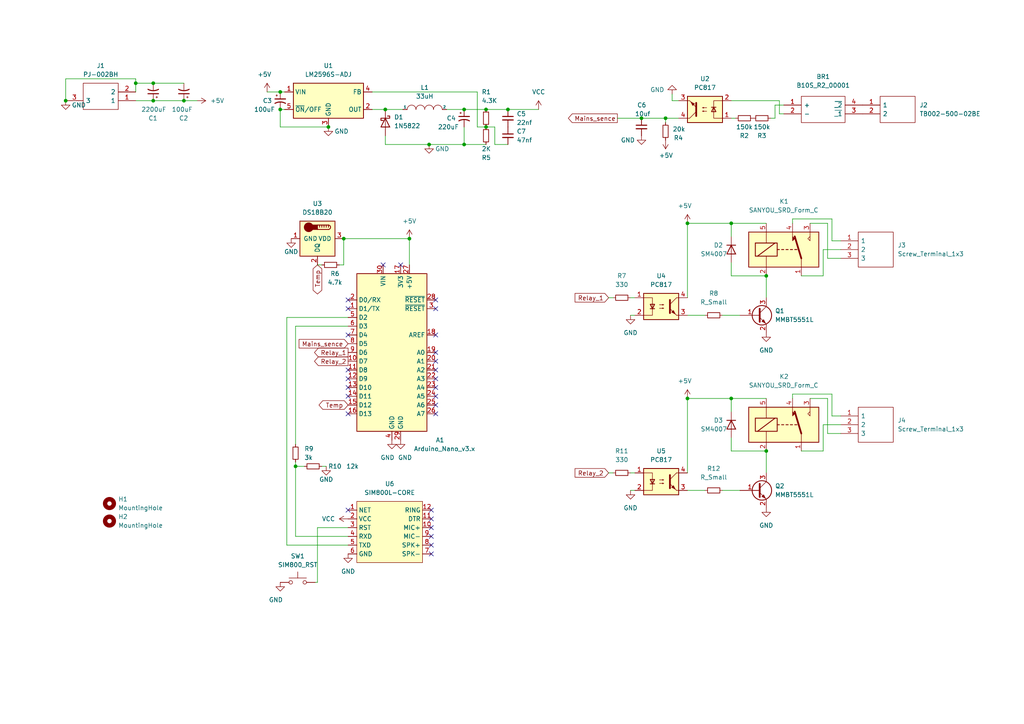
<source format=kicad_sch>
(kicad_sch (version 20211123) (generator eeschema)
  (paper "A4")
  (lib_symbols
    (symbol "B10S_R2_00001:B10S_R2_00001" (pin_names (offset 0.762))
      (property "Reference" "BR" (at 19.05 7.62 0))
      (property "Value" "B10S_R2_00001" (at 19.05 5.08 0))
      (symbol "B10S_R2_00001_0_0"
        (pin passive line (at 0 0 0) (length 5.08) (name "+") (number "1"))
        (pin passive line (at 0 -2.54 0) (length 5.08) (name "-") (number "2"))
        (pin passive line (at 22.86 -2.54 180) (length 5.08) (name "~{_1}") (number "3"))
        (pin passive line (at 22.86 0 180) (length 5.08) (name "~{_2}") (number "4"))
      )
      (symbol "B10S_R2_00001_0_1"
        (polyline (pts (xy 5.08 2.54) (xy 17.78 2.54) (xy 17.78 -5.08) (xy 5.08 -5.08) (xy 5.08 2.54)) (stroke (width 0.1524)))
      )
    )
    (symbol "Device:C_Polarized_Small_US" (pin_numbers hide) (pin_names (offset 0.254) hide)
      (property "Reference" "C" (at 0.254 1.778 0))
      (property "Value" "C_Polarized_Small_US" (at 0.254 -2.032 0))
      (symbol "C_Polarized_Small_US_0_1"
        (polyline (pts (xy -1.524 0.508) (xy 1.524 0.508)) (stroke (width 0.3048)))
        (polyline (pts (xy -1.27 1.524) (xy -0.762 1.524)))
        (polyline (pts (xy -1.016 1.27) (xy -1.016 1.778)))
        (arc (start 1.524 -0.762) (mid 0 -0.3734) (end -1.524 -0.762) (stroke (width 0.3048)))
      )
      (symbol "C_Polarized_Small_US_1_1"
        (pin passive line (at 0 2.54 270) (length 2.032) (name "~") (number "1"))
        (pin passive line (at 0 -2.54 90) (length 2.032) (name "~") (number "2"))
      )
    )
    (symbol "Device:C_Small" (pin_numbers hide) (pin_names (offset 0.254) hide)
      (property "Reference" "C" (at 0.254 1.778 0))
      (property "Value" "C_Small" (at 0.254 -2.032 0))
      (symbol "C_Small_0_1"
        (polyline (pts (xy -1.524 -0.508) (xy 1.524 -0.508)) (stroke (width 0.3302)))
        (polyline (pts (xy -1.524 0.508) (xy 1.524 0.508)) (stroke (width 0.3048)))
      )
      (symbol "C_Small_1_1"
        (pin passive line (at 0 2.54 270) (length 2.032) (name "~") (number "1"))
        (pin passive line (at 0 -2.54 90) (length 2.032) (name "~") (number "2"))
      )
    )
    (symbol "Device:R_Small" (pin_numbers hide) (pin_names (offset 0.254) hide)
      (property "Reference" "R" (at 0.762 0.508 0))
      (property "Value" "R_Small" (at 0.762 -1.016 0))
      (symbol "R_Small_0_1"
        (rectangle (start -0.762 1.778) (end 0.762 -1.778) (stroke (width 0.2032)))
      )
      (symbol "R_Small_1_1"
        (pin passive line (at 0 2.54 270) (length 0.762) (name "~") (number "1"))
        (pin passive line (at 0 -2.54 90) (length 0.762) (name "~") (number "2"))
      )
    )
    (symbol "Diode:1N5822" (pin_numbers hide) (pin_names (offset 1.016) hide)
      (property "Reference" "D" (at 0 2.54 0))
      (property "Value" "1N5822" (at 0 -2.54 0))
      (symbol "1N5822_0_1"
        (polyline (pts (xy 1.27 0) (xy -1.27 0)))
        (polyline (pts (xy 1.27 1.27) (xy 1.27 -1.27) (xy -1.27 0) (xy 1.27 1.27)) (stroke (width 0.254)))
        (polyline (pts (xy -1.905 0.635) (xy -1.905 1.27) (xy -1.27 1.27) (xy -1.27 -1.27) (xy -0.635 -1.27) (xy -0.635 -0.635)) (stroke (width 0.254)))
      )
      (symbol "1N5822_1_1"
        (pin passive line (at -3.81 0 0) (length 2.54) (name "K") (number "1"))
        (pin passive line (at 3.81 0 180) (length 2.54) (name "A") (number "2"))
      )
    )
    (symbol "Diode:SM4007" (pin_numbers hide) (pin_names (offset 1.016) hide)
      (property "Reference" "D" (at 0 2.54 0))
      (property "Value" "SM4007" (at 0 -2.54 0))
      (symbol "SM4007_0_1"
        (polyline (pts (xy -1.27 1.27) (xy -1.27 -1.27)) (stroke (width 0.254)))
        (polyline (pts (xy 1.27 0) (xy -1.27 0)))
        (polyline (pts (xy 1.27 1.27) (xy 1.27 -1.27) (xy -1.27 0) (xy 1.27 1.27)) (stroke (width 0.254)))
      )
      (symbol "SM4007_1_1"
        (pin passive line (at -3.81 0 0) (length 2.54) (name "K") (number "1"))
        (pin passive line (at 3.81 0 180) (length 2.54) (name "A") (number "2"))
      )
    )
    (symbol "Isolator:PC817" (pin_names (offset 1.016))
      (property "Reference" "U" (at -5.08 5.08 0))
      (property "Value" "PC817" (at 0 5.08 0))
      (symbol "PC817_0_1"
        (rectangle (start -5.08 3.81) (end 5.08 -3.81) (stroke (width 0.254)) (fill (type background)))
        (polyline (pts (xy -3.175 -0.635) (xy -1.905 -0.635)) (stroke (width 0.254)))
        (polyline (pts (xy 2.54 0.635) (xy 4.445 2.54)))
        (polyline (pts (xy 4.445 -2.54) (xy 2.54 -0.635)) (fill (type outline)))
        (polyline (pts (xy 4.445 -2.54) (xy 5.08 -2.54)))
        (polyline (pts (xy 4.445 2.54) (xy 5.08 2.54)))
        (polyline (pts (xy -5.08 2.54) (xy -2.54 2.54) (xy -2.54 -0.635)))
        (polyline (pts (xy -2.54 -0.635) (xy -2.54 -2.54) (xy -5.08 -2.54)))
        (polyline (pts (xy 2.54 1.905) (xy 2.54 -1.905) (xy 2.54 -1.905)) (stroke (width 0.508)))
        (polyline (pts (xy -2.54 -0.635) (xy -3.175 0.635) (xy -1.905 0.635) (xy -2.54 -0.635)) (stroke (width 0.254)))
        (polyline (pts (xy -0.508 -0.508) (xy 0.762 -0.508) (xy 0.381 -0.635) (xy 0.381 -0.381) (xy 0.762 -0.508)))
        (polyline (pts (xy -0.508 0.508) (xy 0.762 0.508) (xy 0.381 0.381) (xy 0.381 0.635) (xy 0.762 0.508)))
        (polyline (pts (xy 3.048 -1.651) (xy 3.556 -1.143) (xy 4.064 -2.159) (xy 3.048 -1.651) (xy 3.048 -1.651)) (fill (type outline)))
      )
      (symbol "PC817_1_1"
        (pin passive line (at -7.62 2.54 0) (length 2.54) (name "~") (number "1"))
        (pin passive line (at -7.62 -2.54 0) (length 2.54) (name "~") (number "2"))
        (pin passive line (at 7.62 -2.54 180) (length 2.54) (name "~") (number "3"))
        (pin passive line (at 7.62 2.54 180) (length 2.54) (name "~") (number "4"))
      )
    )
    (symbol "MCU_Module:Arduino_Nano_v3.x"
      (property "Reference" "A" (at -10.16 23.495 0))
      (property "Value" "Arduino_Nano_v3.x" (at 5.08 -24.13 0))
      (symbol "Arduino_Nano_v3.x_0_1"
        (rectangle (start -10.16 22.86) (end 10.16 -22.86) (stroke (width 0.254)) (fill (type background)))
      )
      (symbol "Arduino_Nano_v3.x_1_1"
        (pin bidirectional line (at -12.7 12.7 0) (length 2.54) (name "D1/TX") (number "1"))
        (pin bidirectional line (at -12.7 -2.54 0) (length 2.54) (name "D7") (number "10"))
        (pin bidirectional line (at -12.7 -5.08 0) (length 2.54) (name "D8") (number "11"))
        (pin bidirectional line (at -12.7 -7.62 0) (length 2.54) (name "D9") (number "12"))
        (pin bidirectional line (at -12.7 -10.16 0) (length 2.54) (name "D10") (number "13"))
        (pin bidirectional line (at -12.7 -12.7 0) (length 2.54) (name "D11") (number "14"))
        (pin bidirectional line (at -12.7 -15.24 0) (length 2.54) (name "D12") (number "15"))
        (pin bidirectional line (at -12.7 -17.78 0) (length 2.54) (name "D13") (number "16"))
        (pin power_out line (at 2.54 25.4 270) (length 2.54) (name "3V3") (number "17"))
        (pin input line (at 12.7 5.08 180) (length 2.54) (name "AREF") (number "18"))
        (pin bidirectional line (at 12.7 0 180) (length 2.54) (name "A0") (number "19"))
        (pin bidirectional line (at -12.7 15.24 0) (length 2.54) (name "D0/RX") (number "2"))
        (pin bidirectional line (at 12.7 -2.54 180) (length 2.54) (name "A1") (number "20"))
        (pin bidirectional line (at 12.7 -5.08 180) (length 2.54) (name "A2") (number "21"))
        (pin bidirectional line (at 12.7 -7.62 180) (length 2.54) (name "A3") (number "22"))
        (pin bidirectional line (at 12.7 -10.16 180) (length 2.54) (name "A4") (number "23"))
        (pin bidirectional line (at 12.7 -12.7 180) (length 2.54) (name "A5") (number "24"))
        (pin bidirectional line (at 12.7 -15.24 180) (length 2.54) (name "A6") (number "25"))
        (pin bidirectional line (at 12.7 -17.78 180) (length 2.54) (name "A7") (number "26"))
        (pin power_out line (at 5.08 25.4 270) (length 2.54) (name "+5V") (number "27"))
        (pin input line (at 12.7 15.24 180) (length 2.54) (name "~{RESET}") (number "28"))
        (pin power_in line (at 2.54 -25.4 90) (length 2.54) (name "GND") (number "29"))
        (pin input line (at 12.7 12.7 180) (length 2.54) (name "~{RESET}") (number "3"))
        (pin power_in line (at -2.54 25.4 270) (length 2.54) (name "VIN") (number "30"))
        (pin power_in line (at 0 -25.4 90) (length 2.54) (name "GND") (number "4"))
        (pin bidirectional line (at -12.7 10.16 0) (length 2.54) (name "D2") (number "5"))
        (pin bidirectional line (at -12.7 7.62 0) (length 2.54) (name "D3") (number "6"))
        (pin bidirectional line (at -12.7 5.08 0) (length 2.54) (name "D4") (number "7"))
        (pin bidirectional line (at -12.7 2.54 0) (length 2.54) (name "D5") (number "8"))
        (pin bidirectional line (at -12.7 0 0) (length 2.54) (name "D6") (number "9"))
      )
    )
    (symbol "Mechanical:MountingHole" (pin_names (offset 1.016))
      (property "Reference" "H" (at 0 5.08 0))
      (property "Value" "MountingHole" (at 0 3.175 0))
      (symbol "MountingHole_0_1"
        (circle (center 0 0) (radius 1.27) (stroke (width 1.27)))
      )
    )
    (symbol "PJ-002BH:PJ-002BH" (pin_names (offset 0.762))
      (property "Reference" "J" (at 16.51 7.62 0))
      (property "Value" "PJ-002BH" (at 16.51 5.08 0))
      (symbol "PJ-002BH_0_0"
        (pin passive line (at 0 0 0) (length 5.08) (name "1") (number "1"))
        (pin passive line (at 0 -2.54 0) (length 5.08) (name "2") (number "2"))
        (pin passive line (at 20.32 0 180) (length 5.08) (name "3") (number "3"))
      )
      (symbol "PJ-002BH_0_1"
        (polyline (pts (xy 5.08 2.54) (xy 15.24 2.54) (xy 15.24 -5.08) (xy 5.08 -5.08) (xy 5.08 2.54)) (stroke (width 0.1524)))
      )
    )
    (symbol "Regulator_Switching:LM2596S-ADJ"
      (property "Reference" "U" (at -10.16 6.35 0))
      (property "Value" "LM2596S-ADJ" (at 0 6.35 0))
      (symbol "LM2596S-ADJ_0_1"
        (rectangle (start -10.16 5.08) (end 10.16 -5.08) (stroke (width 0.254)) (fill (type background)))
      )
      (symbol "LM2596S-ADJ_1_1"
        (pin power_in line (at -12.7 2.54 0) (length 2.54) (name "VIN") (number "1"))
        (pin output line (at 12.7 -2.54 180) (length 2.54) (name "OUT") (number "2"))
        (pin power_in line (at 0 -7.62 90) (length 2.54) (name "GND") (number "3"))
        (pin input line (at 12.7 2.54 180) (length 2.54) (name "FB") (number "4"))
        (pin input line (at -12.7 -2.54 0) (length 2.54) (name "~{ON}/OFF") (number "5"))
      )
    )
    (symbol "Relay:SANYOU_SRD_Form_C"
      (property "Reference" "K" (at 11.43 3.81 0))
      (property "Value" "SANYOU_SRD_Form_C" (at 11.43 1.27 0))
      (symbol "SANYOU_SRD_Form_C_0_0"
        (polyline (pts (xy 7.62 5.08) (xy 7.62 2.54) (xy 6.985 3.175) (xy 7.62 3.81)))
      )
      (symbol "SANYOU_SRD_Form_C_0_1"
        (rectangle (start -10.16 5.08) (end 10.16 -5.08) (stroke (width 0.254)) (fill (type background)))
        (rectangle (start -8.255 1.905) (end -1.905 -1.905) (stroke (width 0.254)))
        (polyline (pts (xy -7.62 -1.905) (xy -2.54 1.905)) (stroke (width 0.254)))
        (polyline (pts (xy -5.08 -5.08) (xy -5.08 -1.905)))
        (polyline (pts (xy -5.08 5.08) (xy -5.08 1.905)))
        (polyline (pts (xy -1.905 0) (xy -1.27 0)) (stroke (width 0.254)))
        (polyline (pts (xy -0.635 0) (xy 0 0)) (stroke (width 0.254)))
        (polyline (pts (xy 0.635 0) (xy 1.27 0)) (stroke (width 0.254)))
        (polyline (pts (xy 1.905 0) (xy 2.54 0)) (stroke (width 0.254)))
        (polyline (pts (xy 3.175 0) (xy 3.81 0)) (stroke (width 0.254)))
        (polyline (pts (xy 5.08 -2.54) (xy 3.175 3.81)) (stroke (width 0.508)))
        (polyline (pts (xy 5.08 -2.54) (xy 5.08 -5.08)))
      )
      (symbol "SANYOU_SRD_Form_C_1_1"
        (polyline (pts (xy 2.54 3.81) (xy 3.175 3.175) (xy 2.54 2.54) (xy 2.54 5.08)) (fill (type outline)))
        (pin passive line (at 5.08 -7.62 90) (length 2.54) (name "~") (number "1"))
        (pin passive line (at -5.08 -7.62 90) (length 2.54) (name "~") (number "2"))
        (pin passive line (at 7.62 7.62 270) (length 2.54) (name "~") (number "3"))
        (pin passive line (at 2.54 7.62 270) (length 2.54) (name "~") (number "4"))
        (pin passive line (at -5.08 7.62 270) (length 2.54) (name "~") (number "5"))
      )
    )
    (symbol "SIM800L:SIM800L-CORE"
      (property "Reference" "U" (at -7.62 8.89 0))
      (property "Value" "SIM800L-CORE" (at 0 -12.7 0))
      (symbol "SIM800L-CORE_0_1"
        (rectangle (start -8.89 7.62) (end 10.16 -10.16) (stroke (width 0.1524)) (fill (type background)))
      )
      (symbol "SIM800L-CORE_1_1"
        (pin bidirectional line (at -11.43 5.08 0) (length 2.54) (name "NET") (number "1"))
        (pin output line (at 12.7 0 180) (length 2.54) (name "MIC+") (number "10"))
        (pin passive line (at 12.7 2.54 180) (length 2.54) (name "DTR") (number "11"))
        (pin output line (at 12.7 5.08 180) (length 2.54) (name "RING") (number "12"))
        (pin power_in line (at -11.43 2.54 0) (length 2.54) (name "VCC") (number "2"))
        (pin input line (at -11.43 0 0) (length 2.54) (name "RST") (number "3"))
        (pin input line (at -11.43 -2.54 0) (length 2.54) (name "RXD") (number "4"))
        (pin output line (at -11.43 -5.08 0) (length 2.54) (name "TXD") (number "5"))
        (pin power_in line (at -11.43 -7.62 0) (length 2.54) (name "GND") (number "6"))
        (pin output line (at 12.7 -7.62 180) (length 2.54) (name "SPK-") (number "7"))
        (pin output line (at 12.7 -5.08 180) (length 2.54) (name "SPK+") (number "8"))
        (pin output line (at 12.7 -2.54 180) (length 2.54) (name "MIC-") (number "9"))
      )
    )
    (symbol "Screw_Terminal_1x2:TB002-500-02BE" (pin_names (offset 0.762))
      (property "Reference" "J" (at 16.51 7.62 0))
      (property "Value" "TB002-500-02BE" (at 16.51 5.08 0))
      (symbol "TB002-500-02BE_0_0"
        (pin passive line (at 0 0 0) (length 5.08) (name "1") (number "1"))
        (pin passive line (at 0 -2.54 0) (length 5.08) (name "2") (number "2"))
      )
      (symbol "TB002-500-02BE_0_1"
        (polyline (pts (xy 5.08 2.54) (xy 15.24 2.54) (xy 15.24 -5.08) (xy 5.08 -5.08) (xy 5.08 2.54)) (stroke (width 0.1524)))
      )
    )
    (symbol "Screw_Terminal_1x3:1711039" (pin_names (offset 0.762))
      (property "Reference" "J?" (at 16.51 -1.2699 0))
      (property "Value" "Screw_Terminal_1x3" (at 16.51 -3.8099 0))
      (symbol "1711039_0_0"
        (pin passive line (at 0 0 0) (length 5.08) (name "1") (number "1"))
        (pin passive line (at 0 -2.54 0) (length 5.08) (name "2") (number "2"))
        (pin passive line (at 0 -5.08 0) (length 5.08) (name "3") (number "3"))
      )
      (symbol "1711039_0_1"
        (polyline (pts (xy 5.08 2.54) (xy 15.24 2.54) (xy 15.24 -7.62) (xy 5.08 -7.62) (xy 5.08 2.54)) (stroke (width 0.1524)))
      )
    )
    (symbol "Sensor_Temperature:DS18B20" (pin_names (offset 1.016))
      (property "Reference" "U" (at -3.81 6.35 0))
      (property "Value" "DS18B20" (at 6.35 6.35 0))
      (symbol "DS18B20_0_1"
        (rectangle (start -5.08 5.08) (end 5.08 -5.08) (stroke (width 0.254)) (fill (type background)))
        (circle (center -3.302 -2.54) (radius 1.27) (stroke (width 0.254)) (fill (type outline)))
        (rectangle (start -2.667 -1.905) (end -3.937 0) (stroke (width 0.254)) (fill (type outline)))
        (arc (start -2.667 3.175) (mid -3.302 3.81) (end -3.937 3.175) (stroke (width 0.254)))
        (polyline (pts (xy -3.937 0.635) (xy -3.302 0.635)) (stroke (width 0.254)))
        (polyline (pts (xy -3.937 1.27) (xy -3.302 1.27)) (stroke (width 0.254)))
        (polyline (pts (xy -3.937 1.905) (xy -3.302 1.905)) (stroke (width 0.254)))
        (polyline (pts (xy -3.937 2.54) (xy -3.302 2.54)) (stroke (width 0.254)))
        (polyline (pts (xy -3.937 3.175) (xy -3.937 0)) (stroke (width 0.254)))
        (polyline (pts (xy -3.937 3.175) (xy -3.302 3.175)) (stroke (width 0.254)))
        (polyline (pts (xy -2.667 3.175) (xy -2.667 0)) (stroke (width 0.254)))
      )
      (symbol "DS18B20_1_1"
        (pin power_in line (at 0 -7.62 90) (length 2.54) (name "GND") (number "1"))
        (pin bidirectional line (at 7.62 0 180) (length 2.54) (name "DQ") (number "2"))
        (pin power_in line (at 0 7.62 270) (length 2.54) (name "VDD") (number "3"))
      )
    )
    (symbol "Switch:SW_Push" (pin_numbers hide) (pin_names (offset 1.016) hide)
      (property "Reference" "SW" (at 1.27 2.54 0))
      (property "Value" "SW_Push" (at 0 -1.524 0))
      (symbol "SW_Push_0_1"
        (circle (center -2.032 0) (radius 0.508))
        (polyline (pts (xy 0 1.27) (xy 0 3.048)))
        (polyline (pts (xy 2.54 1.27) (xy -2.54 1.27)))
        (circle (center 2.032 0) (radius 0.508))
        (pin passive line (at -5.08 0 0) (length 2.54) (name "1") (number "1"))
        (pin passive line (at 5.08 0 180) (length 2.54) (name "2") (number "2"))
      )
    )
    (symbol "Transistor_BJT:MMBT5551L" (pin_names (offset 0) hide)
      (property "Reference" "Q" (at 5.08 1.905 0))
      (property "Value" "MMBT5551L" (at 5.08 0 0))
      (symbol "MMBT5551L_0_1"
        (polyline (pts (xy 0.635 0.635) (xy 2.54 2.54)))
        (polyline (pts (xy 0.635 -0.635) (xy 2.54 -2.54) (xy 2.54 -2.54)))
        (polyline (pts (xy 0.635 1.905) (xy 0.635 -1.905) (xy 0.635 -1.905)) (stroke (width 0.508)))
        (polyline (pts (xy 1.27 -1.778) (xy 1.778 -1.27) (xy 2.286 -2.286) (xy 1.27 -1.778) (xy 1.27 -1.778)) (fill (type outline)))
        (circle (center 1.27 0) (radius 2.8194) (stroke (width 0.254)))
      )
      (symbol "MMBT5551L_1_1"
        (pin input line (at -5.08 0 0) (length 5.715) (name "B") (number "1"))
        (pin passive line (at 2.54 -5.08 90) (length 2.54) (name "E") (number "2"))
        (pin passive line (at 2.54 5.08 270) (length 2.54) (name "C") (number "3"))
      )
    )
    (symbol "power:+5V" (power) (pin_names (offset 0))
      (property "Value" "+5V" (at 0 3.556 0))
      (symbol "+5V_0_1"
        (polyline (pts (xy -0.762 1.27) (xy 0 2.54)))
        (polyline (pts (xy 0 0) (xy 0 2.54)))
        (polyline (pts (xy 0 2.54) (xy 0.762 1.27)))
      )
      (symbol "+5V_1_1"
        (pin power_in line (at 0 0 90) (length 0) hide (name "+5V") (number "1"))
      )
    )
    (symbol "power:GND" (power) (pin_names (offset 0))
      (property "Value" "GND" (at 0 -3.81 0))
      (symbol "GND_0_1"
        (polyline (pts (xy 0 0) (xy 0 -1.27) (xy 1.27 -1.27) (xy 0 -2.54) (xy -1.27 -1.27) (xy 0 -1.27)))
      )
      (symbol "GND_1_1"
        (pin power_in line (at 0 0 270) (length 0) hide (name "GND") (number "1"))
      )
    )
    (symbol "power:VCC" (power) (pin_names (offset 0))
      (property "Value" "VCC" (at 0 3.81 0))
      (symbol "VCC_0_1"
        (polyline (pts (xy -0.762 1.27) (xy 0 2.54)))
        (polyline (pts (xy 0 0) (xy 0 2.54)))
        (polyline (pts (xy 0 2.54) (xy 0.762 1.27)))
      )
      (symbol "VCC_1_1"
        (pin power_in line (at 0 0 90) (length 0) hide (name "VCC") (number "1"))
      )
    )
    (symbol "pspice:INDUCTOR" (pin_numbers hide) (pin_names (offset 0))
      (property "Reference" "L" (at 0 2.54 0))
      (property "Value" "INDUCTOR" (at 0 -1.27 0))
      (symbol "INDUCTOR_0_1"
        (arc (start -2.54 0) (mid -3.81 1.27) (end -5.08 0))
        (arc (start 0 0) (mid -1.27 1.27) (end -2.54 0))
        (arc (start 2.54 0) (mid 1.27 1.27) (end 0 0))
        (arc (start 5.08 0) (mid 3.81 1.27) (end 2.54 0))
      )
      (symbol "INDUCTOR_1_1"
        (pin input line (at -6.35 0 0) (length 1.27) (name "1") (number "1"))
        (pin input line (at 6.35 0 180) (length 1.27) (name "2") (number "2"))
      )
    )
  )
  (junction (at 81.28 31.75))
  (junction (at 134.62 31.75))
  (junction (at 111.76 31.75))
  (junction (at 193.04 34.29))
  (junction (at 44.45 24.13))
  (junction (at 124.46 41.91))
  (junction (at 85.725 135.255))
  (junction (at 140.97 36.83))
  (junction (at 118.745 69.215))
  (junction (at 39.37 24.13))
  (junction (at 222.25 130.81))
  (junction (at 212.09 64.77))
  (junction (at 19.05 29.21))
  (junction (at 53.34 29.21))
  (junction (at 199.39 64.77))
  (junction (at 222.25 80.01))
  (junction (at 134.62 41.91))
  (junction (at 212.09 115.57))
  (junction (at 147.32 31.75))
  (junction (at 99.695 69.215))
  (junction (at 44.45 29.21))
  (junction (at 95.25 36.83))
  (junction (at 140.97 31.75))
  (junction (at 199.39 115.57))
  (junction (at 186.055 34.29))
  (junction (at 81.28 26.67))
  (no_connect (at 125.095 153.035))
  (no_connect (at 126.365 102.235))
  (no_connect (at 100.965 109.855))
  (no_connect (at 126.365 117.475))
  (no_connect (at 100.965 112.395))
  (no_connect (at 111.125 76.835))
  (no_connect (at 126.365 97.155))
  (no_connect (at 126.365 112.395))
  (no_connect (at 126.365 120.015))
  (no_connect (at 126.365 109.855))
  (no_connect (at 126.365 114.935))
  (no_connect (at 100.965 89.535))
  (no_connect (at 100.965 147.955))
  (no_connect (at 100.965 86.995))
  (no_connect (at 100.965 97.155))
  (no_connect (at 116.205 76.835))
  (no_connect (at 125.095 147.955))
  (no_connect (at 126.365 89.535))
  (no_connect (at 100.965 114.935))
  (no_connect (at 126.365 104.775))
  (no_connect (at 100.965 120.015))
  (no_connect (at 100.965 107.315))
  (no_connect (at 125.095 160.655))
  (no_connect (at 126.365 107.315))
  (no_connect (at 125.095 158.115))
  (no_connect (at 125.095 150.495))
  (no_connect (at 125.095 155.575))
  (no_connect (at 126.365 86.995))
  (wire (pts (xy 140.97 36.83) (xy 143.51 36.83)))
  (wire (pts (xy 193.04 35.56) (xy 193.04 34.29)))
  (wire (pts (xy 229.87 63.5) (xy 241.3 63.5)))
  (wire (pts (xy 85.725 94.615) (xy 85.725 128.905)))
  (wire (pts (xy 227.33 30.48) (xy 224.79 30.48)))
  (wire (pts (xy 224.79 30.48) (xy 224.79 34.29)))
  (wire (pts (xy 39.37 29.21) (xy 44.45 29.21)))
  (wire (pts (xy 100.965 94.615) (xy 85.725 94.615)))
  (wire (pts (xy 134.62 36.83) (xy 134.62 41.91)))
  (wire (pts (xy 186.055 34.29) (xy 193.04 34.29)))
  (wire (pts (xy 124.46 41.91) (xy 111.76 41.91)))
  (wire (pts (xy 194.945 29.21) (xy 196.85 29.21)))
  (wire (pts (xy 227.33 33.02) (xy 226.06 33.02)))
  (wire (pts (xy 212.09 34.29) (xy 213.36 34.29)))
  (wire (pts (xy 212.09 80.01) (xy 212.09 76.2)))
  (wire (pts (xy 134.62 41.91) (xy 140.97 41.91)))
  (wire (pts (xy 232.41 130.81) (xy 238.76 130.81)))
  (wire (pts (xy 77.47 26.67) (xy 81.28 26.67)))
  (wire (pts (xy 176.53 137.16) (xy 177.8 137.16)))
  (wire (pts (xy 53.34 29.21) (xy 57.15 29.21)))
  (wire (pts (xy 240.03 64.77) (xy 240.03 74.93)))
  (wire (pts (xy 83.185 92.075) (xy 100.965 92.075)))
  (wire (pts (xy 100.965 158.115) (xy 83.185 158.115)))
  (wire (pts (xy 182.88 91.44) (xy 184.15 91.44)))
  (wire (pts (xy 199.39 142.24) (xy 204.47 142.24)))
  (wire (pts (xy 212.09 130.81) (xy 212.09 127)))
  (wire (pts (xy 44.45 24.13) (xy 53.34 24.13)))
  (wire (pts (xy 85.725 135.255) (xy 85.725 155.575)))
  (wire (pts (xy 19.05 22.86) (xy 39.37 22.86)))
  (wire (pts (xy 140.97 31.75) (xy 147.32 31.75)))
  (wire (pts (xy 193.04 34.29) (xy 196.85 34.29)))
  (wire (pts (xy 229.87 114.3) (xy 241.3 114.3)))
  (wire (pts (xy 238.76 123.19) (xy 243.84 123.19)))
  (wire (pts (xy 39.37 22.86) (xy 39.37 24.13)))
  (wire (pts (xy 238.76 72.39) (xy 243.84 72.39)))
  (wire (pts (xy 199.39 137.16) (xy 199.39 115.57)))
  (wire (pts (xy 85.725 155.575) (xy 100.965 155.575)))
  (wire (pts (xy 199.39 91.44) (xy 204.47 91.44)))
  (wire (pts (xy 143.51 41.91) (xy 147.32 41.91)))
  (wire (pts (xy 226.06 33.02) (xy 226.06 29.21)))
  (wire (pts (xy 39.37 24.13) (xy 44.45 24.13)))
  (wire (pts (xy 92.075 168.91) (xy 91.44 168.91)))
  (wire (pts (xy 147.32 31.75) (xy 156.21 31.75)))
  (wire (pts (xy 199.39 64.77) (xy 212.09 64.77)))
  (wire (pts (xy 212.09 68.58) (xy 212.09 64.77)))
  (wire (pts (xy 222.25 130.81) (xy 222.25 137.16)))
  (wire (pts (xy 143.51 36.83) (xy 143.51 41.91)))
  (wire (pts (xy 94.615 135.255) (xy 93.345 135.255)))
  (wire (pts (xy 92.075 153.035) (xy 100.965 153.035)))
  (wire (pts (xy 129.54 31.75) (xy 134.62 31.75)))
  (wire (pts (xy 182.88 86.36) (xy 184.15 86.36)))
  (wire (pts (xy 240.03 115.57) (xy 240.03 125.73)))
  (wire (pts (xy 209.55 142.24) (xy 214.63 142.24)))
  (wire (pts (xy 92.075 153.035) (xy 92.075 168.91)))
  (wire (pts (xy 194.945 29.21) (xy 194.945 27.305)))
  (wire (pts (xy 229.87 64.77) (xy 229.87 63.5)))
  (wire (pts (xy 134.62 31.75) (xy 140.97 31.75)))
  (wire (pts (xy 118.745 69.215) (xy 118.745 76.835)))
  (wire (pts (xy 176.53 86.36) (xy 177.8 86.36)))
  (wire (pts (xy 222.25 130.81) (xy 212.09 130.81)))
  (wire (pts (xy 232.41 80.01) (xy 238.76 80.01)))
  (wire (pts (xy 19.05 29.21) (xy 19.05 22.86)))
  (wire (pts (xy 85.725 135.255) (xy 88.265 135.255)))
  (wire (pts (xy 212.09 119.38) (xy 212.09 115.57)))
  (wire (pts (xy 81.28 26.67) (xy 82.55 26.67)))
  (wire (pts (xy 182.88 142.24) (xy 184.15 142.24)))
  (wire (pts (xy 134.62 41.91) (xy 124.46 41.91)))
  (wire (pts (xy 92.075 76.835) (xy 93.345 76.835)))
  (wire (pts (xy 44.45 29.21) (xy 53.34 29.21)))
  (wire (pts (xy 241.3 120.65) (xy 243.84 120.65)))
  (wire (pts (xy 209.55 91.44) (xy 214.63 91.44)))
  (wire (pts (xy 85.725 133.985) (xy 85.725 135.255)))
  (wire (pts (xy 199.39 86.36) (xy 199.39 64.77)))
  (wire (pts (xy 98.425 76.835) (xy 99.695 76.835)))
  (wire (pts (xy 81.28 36.83) (xy 95.25 36.83)))
  (wire (pts (xy 107.95 31.75) (xy 111.76 31.75)))
  (wire (pts (xy 212.09 29.21) (xy 226.06 29.21)))
  (wire (pts (xy 182.88 137.16) (xy 184.15 137.16)))
  (wire (pts (xy 223.52 34.29) (xy 224.79 34.29)))
  (wire (pts (xy 99.695 69.215) (xy 118.745 69.215)))
  (wire (pts (xy 238.76 130.81) (xy 238.76 123.19)))
  (wire (pts (xy 81.28 31.75) (xy 82.55 31.75)))
  (wire (pts (xy 39.37 24.13) (xy 39.37 26.67)))
  (wire (pts (xy 179.07 34.29) (xy 186.055 34.29)))
  (wire (pts (xy 222.25 80.01) (xy 212.09 80.01)))
  (wire (pts (xy 99.695 76.835) (xy 99.695 69.215)))
  (wire (pts (xy 241.3 114.3) (xy 241.3 120.65)))
  (wire (pts (xy 234.95 115.57) (xy 240.03 115.57)))
  (wire (pts (xy 199.39 115.57) (xy 212.09 115.57)))
  (wire (pts (xy 83.185 158.115) (xy 83.185 92.075)))
  (wire (pts (xy 81.28 31.75) (xy 81.28 36.83)))
  (wire (pts (xy 212.09 64.77) (xy 222.25 64.77)))
  (wire (pts (xy 240.03 125.73) (xy 243.84 125.73)))
  (wire (pts (xy 241.3 69.85) (xy 243.84 69.85)))
  (wire (pts (xy 212.09 115.57) (xy 222.25 115.57)))
  (wire (pts (xy 238.76 80.01) (xy 238.76 72.39)))
  (wire (pts (xy 240.03 74.93) (xy 243.84 74.93)))
  (wire (pts (xy 138.43 36.83) (xy 138.43 26.67)))
  (wire (pts (xy 140.97 36.83) (xy 138.43 36.83)))
  (wire (pts (xy 107.95 26.67) (xy 138.43 26.67)))
  (wire (pts (xy 241.3 63.5) (xy 241.3 69.85)))
  (wire (pts (xy 222.25 80.01) (xy 222.25 86.36)))
  (wire (pts (xy 229.87 115.57) (xy 229.87 114.3)))
  (wire (pts (xy 111.76 31.75) (xy 116.84 31.75)))
  (wire (pts (xy 234.95 64.77) (xy 240.03 64.77)))
  (wire (pts (xy 111.76 41.91) (xy 111.76 39.37)))
  (global_label "Relay_2" (shape output) (at 100.965 104.775 180) (property "Intersheet References" "${INTERSHEET_REFS}" (effects hide)))
  (global_label "Relay_1" (shape input) (at 176.53 86.36 180) (property "Intersheet References" "${INTERSHEET_REFS}" (effects hide)))
  (global_label "Mains_sence" (shape input) (at 100.965 99.695 180) (property "Intersheet References" "${INTERSHEET_REFS}" (effects hide)))
  (global_label "Mains_sence" (shape output) (at 179.07 34.29 180) (property "Intersheet References" "${INTERSHEET_REFS}" (effects hide)))
  (global_label "Relay_1" (shape output) (at 100.965 102.235 180) (property "Intersheet References" "${INTERSHEET_REFS}" (effects hide)))
  (global_label "Temp" (shape bidirectional) (at 100.965 117.475 180) (property "Intersheet References" "${INTERSHEET_REFS}" (effects hide)))
  (global_label "Relay_2" (shape input) (at 176.53 137.16 180) (property "Intersheet References" "${INTERSHEET_REFS}" (effects hide)))
  (global_label "Temp" (shape bidirectional) (at 92.075 76.835 270) (property "Intersheet References" "${INTERSHEET_REFS}" (effects hide)))
  (symbol (lib_id "power:GND") (at 19.05 29.21 0) (unit 1)
    (property "Reference" "#PWR03" (effects hide))
    (property "Value" "GND" (at 22.86 30.48 0))
  )
  (symbol (lib_id "Device:C_Polarized_Small_US") (at 53.34 26.67 180) (unit 1)
    (property "Reference" "C2" (at 54.61 34.29 0) (effects (justify left)))
    (property "Value" "100uF" (at 55.88 31.75 0) (effects (justify left)))
    (property "Footprint" "Capacitor_Tantalum_SMD:CP_EIA-6032-15_Kemet-U" (effects hide))
  )
  (symbol (lib_id "power:+5V") (at 118.745 69.215 0) (unit 1)
    (property "Reference" "#PWR012" (effects hide))
    (property "Value" "+5V" (at 118.745 64.135 0))
  )
  (symbol (lib_id "power:GND") (at 81.28 168.91 0) (unit 1)
    (property "Reference" "#PWR023" (effects hide))
    (property "Value" "GND" (at 80.01 173.99 0))
  )
  (symbol (lib_id "Device:R_Small") (at 140.97 34.29 0) (unit 1)
    (property "Reference" "R1" (at 139.7 26.67 0) (effects (justify left)))
    (property "Value" "4.3K" (at 139.7 29.21 0) (effects (justify left)))
    (property "Footprint" "Resistor_SMD:R_0805_2012Metric" (effects hide))
  )
  (symbol (lib_id "Transistor_BJT:MMBT5551L") (at 219.71 142.24 0) (unit 1)
    (property "Reference" "Q2" (at 224.79 140.9699 0) (effects (justify left)))
    (property "Value" "MMBT5551L" (at 224.79 143.5099 0) (effects (justify left)))
    (property "Footprint" "Package_TO_SOT_SMD:SOT-23" (effects hide))
    (property "Datasheet" "www.onsemi.com/pub/Collateral/MMBT5550LT1-D.PDF" (effects hide))
  )
  (symbol (lib_id "Mechanical:MountingHole") (at 31.75 151.13 0) (unit 1)
    (property "Reference" "H2" (at 34.29 149.8599 0) (effects (justify left)))
    (property "Value" "MountingHole" (at 34.29 152.3999 0) (effects (justify left)))
    (property "Footprint" "MountingHole:MountingHole_2.7mm" (effects hide))
  )
  (symbol (lib_id "Device:C_Small") (at 147.32 39.37 0) (unit 1)
    (property "Reference" "C7" (at 149.86 38.1062 0) (effects (justify left)))
    (property "Value" "47nf" (at 149.86 40.6462 0) (effects (justify left)))
    (property "Footprint" "Capacitor_SMD:C_0805_2012Metric" (effects hide))
  )
  (symbol (lib_id "Device:C_Small") (at 147.32 34.29 0) (unit 1)
    (property "Reference" "C5" (at 149.86 33.0262 0) (effects (justify left)))
    (property "Value" "22nf" (at 149.86 35.5662 0) (effects (justify left)))
    (property "Footprint" "Capacitor_SMD:C_0805_2012Metric" (effects hide))
  )
  (symbol (lib_id "power:GND") (at 113.665 127.635 0) (unit 1)
    (property "Reference" "#PWR016" (effects hide))
    (property "Value" "GND" (at 112.395 132.715 0))
  )
  (symbol (lib_id "Device:C_Polarized_Small_US") (at 44.45 26.67 180) (unit 1)
    (property "Reference" "C1" (at 45.72 34.29 0) (effects (justify left)))
    (property "Value" "2200uF" (at 48.26 31.75 0) (effects (justify left)))
    (property "Footprint" "Capacitor_THT:CP_Radial_D10.0mm_P5.00mm" (effects hide))
  )
  (symbol (lib_id "Mechanical:MountingHole") (at 31.75 146.05 0) (unit 1)
    (property "Reference" "H1" (at 34.29 144.7799 0) (effects (justify left)))
    (property "Value" "MountingHole" (at 34.29 147.3199 0) (effects (justify left)))
    (property "Footprint" "MountingHole:MountingHole_2.7mm" (effects hide))
  )
  (symbol (lib_id "power:VCC") (at 100.965 150.495 90) (unit 1)
    (property "Reference" "#PWR021" (effects hide))
    (property "Value" "VCC" (at 93.345 150.495 90) (effects (justify right)))
  )
  (symbol (lib_id "Isolator:PC817") (at 204.47 31.75 180) (unit 1)
    (property "Reference" "U2" (at 204.47 22.86 0))
    (property "Value" "PC817" (at 204.47 25.4 0))
    (property "Footprint" "Package_DIP:DIP-4_W7.62mm" (effects hide))
    (property "Datasheet" "http://www.soselectronic.cz/a_info/resource/d/pc817.pdf" (effects hide))
  )
  (symbol (lib_id "Isolator:PC817") (at 191.77 88.9 0) (unit 1)
    (property "Reference" "U4" (at 191.77 80.01 0))
    (property "Value" "PC817" (at 191.77 82.55 0))
    (property "Footprint" "Package_DIP:DIP-4_W7.62mm" (effects hide))
    (property "Datasheet" "http://www.soselectronic.cz/a_info/resource/d/pc817.pdf" (effects hide))
  )
  (symbol (lib_id "Device:C_Polarized_Small_US") (at 81.28 29.21 0) (unit 1)
    (property "Reference" "C3" (at 76.2 29.21 0) (effects (justify left)))
    (property "Value" "100uF" (at 73.66 31.75 0) (effects (justify left)))
    (property "Footprint" "Capacitor_SMD:CP_Elec_10x10" (effects hide))
  )
  (symbol (lib_id "Device:R_Small") (at 180.34 86.36 270) (unit 1)
    (property "Reference" "R7" (at 180.34 80.01 90))
    (property "Value" "330" (at 180.34 82.55 90))
    (property "Footprint" "Resistor_SMD:R_0805_2012Metric" (effects hide))
  )
  (symbol (lib_id "Transistor_BJT:MMBT5551L") (at 219.71 91.44 0) (unit 1)
    (property "Reference" "Q1" (at 224.79 90.1699 0) (effects (justify left)))
    (property "Value" "MMBT5551L" (at 224.79 92.7099 0) (effects (justify left)))
    (property "Footprint" "Package_TO_SOT_SMD:SOT-23" (effects hide))
    (property "Datasheet" "www.onsemi.com/pub/Collateral/MMBT5550LT1-D.PDF" (effects hide))
  )
  (symbol (lib_id "power:+5V") (at 199.39 115.57 0) (unit 1)
    (property "Reference" "#PWR015" (effects hide))
    (property "Value" "+5V" (at 200.66 110.49 0) (effects (justify right)))
  )
  (symbol (lib_id "Device:C_Polarized_Small_US") (at 134.62 34.29 0) (unit 1)
    (property "Reference" "C4" (at 129.54 34.29 0) (effects (justify left)))
    (property "Value" "220uF" (at 127 36.83 0) (effects (justify left)))
    (property "Footprint" "Capacitor_SMD:CP_Elec_10x10" (effects hide))
  )
  (symbol (lib_id "power:+5V") (at 199.39 64.77 0) (unit 1)
    (property "Reference" "#PWR010" (effects hide))
    (property "Value" "+5V" (at 200.66 59.69 0) (effects (justify right)))
  )
  (symbol (lib_id "B10S_R2_00001:B10S_R2_00001") (at 227.33 30.48 0) (unit 1)
    (property "Reference" "BR1" (at 238.76 22.225 0))
    (property "Value" "B10S_R2_00001" (at 238.76 24.765 0))
    (property "Footprint" "B10S:SOP250P700X290-4N" (effects hide))
    (property "Description" "Bridge Rectifiers PJ/B10S/TR/13\"/HF/3K/MDI/GPP/BRIDGE/GMD-05SH/MDI05-QI01/PJ///" (effects hide))
    (property "Height" "2.9" (effects hide))
    (property "Mouser Part Number" "241-B10S_R2_00001" (effects hide))
    (property "Mouser Price/Stock" "https://www.mouser.co.uk/ProductDetail/Panjit/B10S_R2_00001?qs=sPbYRqrBIVnYxoMPgIEqnQ%3D%3D" (effects hide))
    (property "Manufacturer_Name" "PANJIT" (effects hide))
    (property "Manufacturer_Part_Number" "B10S_R2_00001" (effects hide))
  )
  (symbol (lib_id "Screw_Terminal_1x3:1711039") (at 243.84 120.65 0) (unit 1)
    (property "Reference" "J4" (at 260.35 121.9199 0) (effects (justify left)))
    (property "Value" "Screw_Terminal_1x3" (at 260.35 124.4599 0) (effects (justify left)))
    (property "Footprint" "Screw_Terminal_1x3:Screw_Terminal_1x3" (effects hide))
    (property "Datasheet" "http://www.phoenixcontact.com/de/produkte/1711039/pdf" (effects hide))
    (property "Description" "PCB terminal block, nominal current: 24 A, rated voltage (III/2): 400 V, nominal cross section: 2.5 mm?, Number of potentials: 3, Number of rows: 1, Number of positions per row: 3, product range: MKDS 3, pitch: 5 mm, connection method: Screw connection with tension sleeve, mounting: Wave soldering, conductor/PCB connection direction: 0 ?, color: green, Pin layout: Linear pinning, Solder pin [P]: 5 mm, type of packaging: packed in cardboard. The article can be aligned to create different nos. of positions!" (effects hide))
    (property "Height" "18.2" (effects hide))
    (property "Mouser Part Number" "651-1711039" (effects hide))
    (property "Mouser Price/Stock" "https://www.mouser.co.uk/ProductDetail/Phoenix-Contact/1711039?qs=YbgdthCBnKeEUIePCOJ5Kg%3D%3D" (effects hide))
    (property "Manufacturer_Name" "Phoenix Contact" (effects hide))
    (property "Manufacturer_Part_Number" "1711039" (effects hide))
  )
  (symbol (lib_id "power:+5V") (at 57.15 29.21 270) (unit 1)
    (property "Reference" "#PWR04" (effects hide))
    (property "Value" "+5V" (at 60.96 29.2099 90) (effects (justify left)))
  )
  (symbol (lib_id "power:+5V") (at 77.47 26.67 0) (unit 1)
    (property "Reference" "#PWR01" (effects hide))
    (property "Value" "+5V" (at 78.74 21.59 0) (effects (justify right)))
  )
  (symbol (lib_id "Device:R_Small") (at 95.885 76.835 270) (unit 1)
    (property "Reference" "R6" (at 97.155 79.375 90))
    (property "Value" "4.7k" (at 97.155 81.915 90))
    (property "Footprint" "Resistor_SMD:R_0805_2012Metric" (effects hide))
  )
  (symbol (lib_id "MCU_Module:Arduino_Nano_v3.x") (at 113.665 102.235 0) (unit 1)
    (property "Reference" "A1" (at 126.365 127.635 0) (effects (justify left)))
    (property "Value" "Arduino_Nano_v3.x" (at 120.015 130.175 0) (effects (justify left)))
    (property "Footprint" "Module:Arduino_Nano" (effects hide))
    (property "Datasheet" "http://www.mouser.com/pdfdocs/Gravitech_Arduino_Nano3_0.pdf" (effects hide))
  )
  (symbol (lib_id "power:GND") (at 182.88 142.24 0) (unit 1)
    (property "Reference" "#PWR019" (effects hide))
    (property "Value" "GND" (at 182.88 147.32 0))
  )
  (symbol (lib_id "Device:R_Small") (at 180.34 137.16 270) (unit 1)
    (property "Reference" "R11" (at 180.34 130.81 90))
    (property "Value" "330" (at 180.34 133.35 90))
    (property "Footprint" "Resistor_SMD:R_0805_2012Metric" (effects hide))
  )
  (symbol (lib_id "power:GND") (at 84.455 69.215 0) (unit 1)
    (property "Reference" "#PWR011" (effects hide))
    (property "Value" "GND" (at 84.455 73.025 0))
  )
  (symbol (lib_id "power:+5V") (at 193.04 40.64 180) (unit 1)
    (property "Reference" "#PWR08" (effects hide))
    (property "Value" "+5V" (at 191.135 45.085 0) (effects (justify right)))
  )
  (symbol (lib_id "Diode:1N5822") (at 111.76 35.56 270) (unit 1)
    (property "Reference" "D1" (at 114.3 33.9724 90) (effects (justify left)))
    (property "Value" "1N5822" (at 114.3 36.5124 90) (effects (justify left)))
    (property "Footprint" "Diode_THT:D_DO-201AD_P15.24mm_Horizontal" (effects hide))
    (property "Datasheet" "http://www.vishay.com/docs/88526/1n5820.pdf" (effects hide))
  )
  (symbol (lib_id "Isolator:PC817") (at 191.77 139.7 0) (unit 1)
    (property "Reference" "U5" (at 191.77 130.81 0))
    (property "Value" "PC817" (at 191.77 133.35 0))
    (property "Footprint" "Package_DIP:DIP-4_W7.62mm" (effects hide))
    (property "Datasheet" "http://www.soselectronic.cz/a_info/resource/d/pc817.pdf" (effects hide))
  )
  (symbol (lib_id "Relay:SANYOU_SRD_Form_C") (at 227.33 72.39 0) (unit 1)
    (property "Reference" "K1" (at 226.06 58.42 0) (effects (justify left)))
    (property "Value" "SANYOU_SRD_Form_C" (at 217.17 60.96 0) (effects (justify left)))
    (property "Footprint" "Relay_THT:Relay_SPDT_SANYOU_SRD_Series_Form_C" (effects hide))
    (property "Datasheet" "http://www.sanyourelay.ca/public/products/pdf/SRD.pdf" (effects hide))
  )
  (symbol (lib_id "power:GND") (at 186.055 39.37 0) (unit 1)
    (property "Reference" "#PWR07" (effects hide))
    (property "Value" "GND" (at 184.15 40.64 0) (effects (justify right)))
  )
  (symbol (lib_id "Device:R_Small") (at 207.01 91.44 270) (unit 1)
    (property "Reference" "R8" (at 207.01 85.09 90))
    (property "Value" "R_Small" (at 207.01 87.63 90))
    (property "Footprint" "Resistor_SMD:R_0805_2012Metric" (effects hide))
  )
  (symbol (lib_id "Device:C_Small") (at 186.055 36.83 0) (unit 1)
    (property "Reference" "C6" (at 184.785 30.48 0) (effects (justify left)))
    (property "Value" "10uf" (at 184.15 33.02 0) (effects (justify left)))
    (property "Footprint" "Capacitor_SMD:C_1206_3216Metric" (effects hide))
  )
  (symbol (lib_id "Screw_Terminal_1x2:TB002-500-02BE") (at 250.19 30.48 0) (unit 1)
    (property "Reference" "J2" (at 266.7 30.4799 0) (effects (justify left)))
    (property "Value" "TB002-500-02BE" (at 266.7 33.0199 0) (effects (justify left)))
    (property "Footprint" "Screw_Terminal_1x2:TB00250002BE" (effects hide))
    (property "Description" "Fixed Terminal Blocks Terminal block, screw type, 5.00, horizontal, 2 poles, CUI Blue, slotted screw, PCB mount" (effects hide))
    (property "Height" "10.4" (effects hide))
    (property "Mouser Part Number" "490-TB002-500-02BE" (effects hide))
    (property "Mouser Price/Stock" "https://www.mouser.co.uk/ProductDetail/CUI-Devices/TB002-500-02BE?qs=vLWxofP3U2x9716kcgva%2Fw%3D%3D" (effects hide))
    (property "Manufacturer_Name" "CUI Inc." (effects hide))
    (property "Manufacturer_Part_Number" "TB002-500-02BE" (effects hide))
  )
  (symbol (lib_id "Diode:SM4007") (at 212.09 72.39 270) (unit 1)
    (property "Reference" "D2" (at 207.01 71.12 90) (effects (justify left)))
    (property "Value" "SM4007" (at 203.2 73.66 90) (effects (justify left)))
    (property "Footprint" "Diode_SMD:D_SOD-323_HandSoldering" (effects hide))
    (property "Datasheet" "http://cdn-reichelt.de/documents/datenblatt/A400/SMD1N400%23DIO.pdf" (effects hide))
  )
  (symbol (lib_id "Switch:SW_Push") (at 86.36 168.91 0) (unit 1)
    (property "Reference" "SW1" (at 86.36 161.29 0))
    (property "Value" "SIM800_RST" (at 86.36 163.83 0))
    (property "Footprint" "Button_Switch_SMD:SW_SPST_TL3305A" (effects hide))
  )
  (symbol (lib_id "power:GND") (at 182.88 91.44 0) (unit 1)
    (property "Reference" "#PWR013" (effects hide))
    (property "Value" "GND" (at 182.88 96.52 0))
  )
  (symbol (lib_id "power:GND") (at 194.945 27.305 180) (unit 1)
    (property "Reference" "#PWR02" (effects hide))
    (property "Value" "GND" (at 188.595 26.035 0) (effects (justify right)))
  )
  (symbol (lib_id "Device:R_Small") (at 207.01 142.24 270) (unit 1)
    (property "Reference" "R12" (at 207.01 135.89 90))
    (property "Value" "R_Small" (at 207.01 138.43 90))
    (property "Footprint" "Resistor_SMD:R_0805_2012Metric" (effects hide))
  )
  (symbol (lib_id "Screw_Terminal_1x3:1711039") (at 243.84 69.85 0) (unit 1)
    (property "Reference" "J3" (at 260.35 71.1199 0) (effects (justify left)))
    (property "Value" "Screw_Terminal_1x3" (at 260.35 73.6599 0) (effects (justify left)))
    (property "Footprint" "Screw_Terminal_1x3:Screw_Terminal_1x3" (effects hide))
    (property "Datasheet" "http://www.phoenixcontact.com/de/produkte/1711039/pdf" (effects hide))
    (property "Description" "PCB terminal block, nominal current: 24 A, rated voltage (III/2): 400 V, nominal cross section: 2.5 mm?, Number of potentials: 3, Number of rows: 1, Number of positions per row: 3, product range: MKDS 3, pitch: 5 mm, connection method: Screw connection with tension sleeve, mounting: Wave soldering, conductor/PCB connection direction: 0 ?, color: green, Pin layout: Linear pinning, Solder pin [P]: 5 mm, type of packaging: packed in cardboard. The article can be aligned to create different nos. of positions!" (effects hide))
    (property "Height" "18.2" (effects hide))
    (property "Mouser Part Number" "651-1711039" (effects hide))
    (property "Mouser Price/Stock" "https://www.mouser.co.uk/ProductDetail/Phoenix-Contact/1711039?qs=YbgdthCBnKeEUIePCOJ5Kg%3D%3D" (effects hide))
    (property "Manufacturer_Name" "Phoenix Contact" (effects hide))
    (property "Manufacturer_Part_Number" "1711039" (effects hide))
  )
  (symbol (lib_id "Relay:SANYOU_SRD_Form_C") (at 227.33 123.19 0) (unit 1)
    (property "Reference" "K2" (at 226.06 109.22 0) (effects (justify left)))
    (property "Value" "SANYOU_SRD_Form_C" (at 217.17 111.76 0) (effects (justify left)))
    (property "Footprint" "Relay_THT:Relay_SPDT_SANYOU_SRD_Series_Form_C" (effects hide))
    (property "Datasheet" "http://www.sanyourelay.ca/public/products/pdf/SRD.pdf" (effects hide))
  )
  (symbol (lib_id "Device:R_Small") (at 90.805 135.255 270) (unit 1)
    (property "Reference" "R10" (at 97.155 135.255 90))
    (property "Value" "12k" (at 102.235 135.255 90))
    (property "Footprint" "Resistor_SMD:R_0805_2012Metric" (effects hide))
  )
  (symbol (lib_id "SIM800L:SIM800L-CORE") (at 112.395 153.035 0) (unit 1)
    (property "Reference" "U6" (at 113.03 140.335 0))
    (property "Value" "SIM800L-CORE" (at 113.03 142.875 0))
    (property "Footprint" "SIM800L:SIM800L" (effects hide))
  )
  (symbol (lib_id "power:GND") (at 94.615 135.255 0) (unit 1)
    (property "Reference" "#PWR018" (effects hide))
    (property "Value" "GND" (at 94.615 139.065 0))
  )
  (symbol (lib_id "power:GND") (at 95.25 36.83 0) (unit 1)
    (property "Reference" "#PWR06" (effects hide))
    (property "Value" "GND" (at 99.06 38.1 0))
  )
  (symbol (lib_id "power:GND") (at 116.205 127.635 0) (unit 1)
    (property "Reference" "#PWR017" (effects hide))
    (property "Value" "GND" (at 117.475 132.715 0))
  )
  (symbol (lib_id "power:GND") (at 222.25 96.52 0) (unit 1)
    (property "Reference" "#PWR014" (effects hide))
    (property "Value" "GND" (at 222.25 101.6 0))
  )
  (symbol (lib_id "Sensor_Temperature:DS18B20") (at 92.075 69.215 270) (unit 1)
    (property "Reference" "U3" (at 92.075 59.055 90))
    (property "Value" "DS18B20" (at 92.075 61.595 90))
    (property "Footprint" "Package_TO_SOT_THT:TO-92_Inline" (effects hide))
    (property "Datasheet" "http://datasheets.maximintegrated.com/en/ds/DS18B20.pdf" (effects hide))
  )
  (symbol (lib_id "pspice:INDUCTOR") (at 123.19 31.75 0) (unit 1)
    (property "Reference" "L1" (at 123.19 25.4 0))
    (property "Value" "33uH" (at 123.19 27.94 0))
    (property "Footprint" "Inductor_SMD:L_Bourns_SRR1260" (effects hide))
  )
  (symbol (lib_id "PJ-002BH:PJ-002BH") (at 39.37 29.21 180) (unit 1)
    (property "Reference" "J1" (at 29.21 19.05 0))
    (property "Value" "PJ-002BH" (at 29.21 21.59 0))
    (property "Footprint" "PJ-002BH:PJ002BH" (effects hide))
    (property "Datasheet" "https://componentsearchengine.com/Datasheets/1/PJ-002BH.pdf" (effects hide))
    (property "Description" "DC Power Connectors Power Jacks" (effects hide))
    (property "Height" "11" (effects hide))
    (property "Mouser Part Number" "490-PJ-002BH" (effects hide))
    (property "Mouser Price/Stock" "https://www.mouser.co.uk/ProductDetail/CUI-Devices/PJ-002BH?qs=WyjlAZoYn51nOX1h%2FqpLlg%3D%3D" (effects hide))
    (property "Manufacturer_Name" "CUI Inc." (effects hide))
    (property "Manufacturer_Part_Number" "PJ-002BH" (effects hide))
  )
  (symbol (lib_id "power:GND") (at 124.46 41.91 0) (unit 1)
    (property "Reference" "#PWR09" (effects hide))
    (property "Value" "GND" (at 128.27 43.18 0))
  )
  (symbol (lib_id "Device:R_Small") (at 220.98 34.29 90) (unit 1)
    (property "Reference" "R3" (at 220.98 39.37 90))
    (property "Value" "150k" (at 220.98 36.83 90))
    (property "Footprint" "Resistor_SMD:R_1206_3216Metric" (effects hide))
  )
  (symbol (lib_id "power:GND") (at 222.25 147.32 0) (unit 1)
    (property "Reference" "#PWR020" (effects hide))
    (property "Value" "GND" (at 222.25 152.4 0))
  )
  (symbol (lib_id "power:GND") (at 100.965 160.655 0) (unit 1)
    (property "Reference" "#PWR022" (effects hide))
    (property "Value" "GND" (at 100.965 165.735 0))
  )
  (symbol (lib_id "power:VCC") (at 156.21 31.75 0) (unit 1)
    (property "Reference" "#PWR05" (effects hide))
    (property "Value" "VCC" (at 156.21 26.67 0))
  )
  (symbol (lib_id "Device:R_Small") (at 193.04 38.1 180) (unit 1)
    (property "Reference" "R4" (at 198.12 40.005 0) (effects (justify left)))
    (property "Value" "20k" (at 198.755 37.465 0) (effects (justify left)))
    (property "Footprint" "Resistor_SMD:R_0805_2012Metric" (effects hide))
  )
  (symbol (lib_id "Regulator_Switching:LM2596S-ADJ") (at 95.25 29.21 0) (unit 1)
    (property "Reference" "U1" (at 95.25 19.05 0))
    (property "Value" "LM2596S-ADJ" (at 95.25 21.59 0))
    (property "Footprint" "Package_TO_SOT_SMD:TO-263-5_TabPin3" (effects hide))
    (property "Datasheet" "http://www.ti.com/lit/ds/symlink/lm2596.pdf" (effects hide))
  )
  (symbol (lib_id "Device:R_Small") (at 215.9 34.29 90) (unit 1)
    (property "Reference" "R2" (at 215.9 39.37 90))
    (property "Value" "150k" (at 215.9 36.83 90))
    (property "Footprint" "Resistor_SMD:R_1206_3216Metric" (effects hide))
  )
  (symbol (lib_id "Diode:SM4007") (at 212.09 123.19 270) (unit 1)
    (property "Reference" "D3" (at 207.01 121.92 90) (effects (justify left)))
    (property "Value" "SM4007" (at 203.2 124.46 90) (effects (justify left)))
    (property "Footprint" "Diode_SMD:D_SOD-323_HandSoldering" (effects hide))
    (property "Datasheet" "http://cdn-reichelt.de/documents/datenblatt/A400/SMD1N400%23DIO.pdf" (effects hide))
  )
  (symbol (lib_id "Device:R_Small") (at 85.725 131.445 0) (unit 1)
    (property "Reference" "R9" (at 88.265 130.1749 0) (effects (justify left)))
    (property "Value" "3k" (at 88.265 132.7149 0) (effects (justify left)))
    (property "Footprint" "Resistor_SMD:R_0805_2012Metric" (effects hide))
  )
  (symbol (lib_id "Device:R_Small") (at 140.97 39.37 0) (unit 1)
    (property "Reference" "R5" (at 139.7 45.72 0) (effects (justify left)))
    (property "Value" "2K" (at 139.7 43.18 0) (effects (justify left)))
    (property "Footprint" "Resistor_SMD:R_0805_2012Metric" (effects hide))
  )
)
</source>
